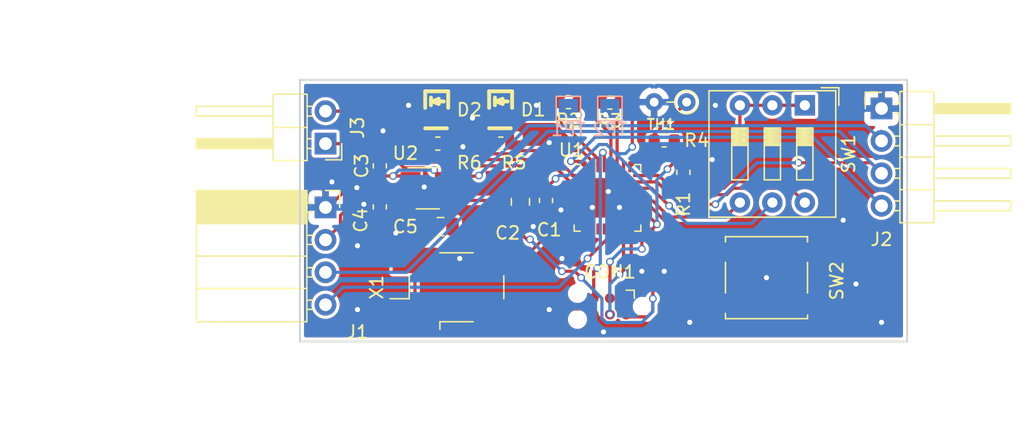
<source format=kicad_pcb>
(kicad_pcb (version 20171130) (host pcbnew 5.1.6-c6e7f7d~86~ubuntu18.04.1)
  (layers (0 F.Cu signal) (31 B.Cu signal) (34 B.Paste user) (35 F.Paste user) (36 B.SilkS user) (37 F.SilkS user) (38 B.Mask user) (39 F.Mask user) (44 Edge.Cuts user))
  (net 0 "")
  (net 1 VDD)
  (net 2 GND)
  (net 3 +12V)
  (net 4 "Net-(C4-Pad2)")
  (net 5 MISO)
  (net 6 SCK)
  (net 7 MOSI)
  (net 8 RST)
  (net 9 LED_RED)
  (net 10 "Net-(D1-Pad1)")
  (net 11 "Net-(D2-Pad1)")
  (net 12 LED_GREEN)
  (net 13 TACH)
  (net 14 PWM_OUT)
  (net 15 PWM_IN)
  (net 16 UART_TX)
  (net 17 UART_RX)
  (net 18 "Net-(R1-Pad2)")
  (net 19 SCLK)
  (net 20 SDA)
  (net 21 NTC)
  (net 22 DIP_0)
  (net 23 DIP_1)
  (net 24 DIP_2)
  (net 25 SW1)
  (net 26 "Net-(U1-Pad6)")
  (net 27 CLK_IN)
  (net 28 "Net-(U1-Pad8)")
  (net 29 "Net-(U1-Pad9)")
  (net 30 "Net-(U1-Pad10)")
  (net 31 "Net-(U1-Pad11)")
  (net 32 "Net-(U1-Pad12)")
  (net 33 "Net-(U1-Pad14)")
  (net 34 "Net-(U1-Pad26)")
  (net 35 "Net-(U1-Pad3)")
  (module Capacitor_SMD:C_0603_1608Metric (layer F.Cu) (at 124.75 116.4625 270)
    (fp_text reference C1 (at 2.2875 -0.25) (layer F.SilkS))
    (fp_text value 0.1uf)
    (pad 1 smd roundrect (at -0.7875 0 270) (size 0.875 0.95) (layers F.Cu F.Paste F.Mask) (net 1 VDD))
    (pad 2 smd roundrect (at 0.7875 0 270) (size 0.875 0.95) (layers F.Cu F.Paste F.Mask) (net 2 GND))
  )
  (module Capacitor_SMD:C_0805_2012Metric (layer F.Cu) (at 122.75 116.5625 270)
    (fp_text reference C2 (at 2.4375 1 180) (layer F.SilkS))
    (fp_text value 10uF)
    (pad 1 smd roundrect (at -0.9375 0 270) (size 0.975 1.4) (layers F.Cu F.Paste F.Mask) (net 1 VDD))
    (pad 2 smd roundrect (at 0.9375 0 270) (size 0.975 1.4) (layers F.Cu F.Paste F.Mask) (net 2 GND))
  )
  (module Capacitor_SMD:C_0603_1608Metric (layer F.Cu) (at 111.75 113.75 90)
    (fp_text reference C3 (at 0 -1.43 90) (layer F.SilkS))
    (fp_text value 1uF)
    (pad 2 smd roundrect (at 0.7875 0 90) (size 0.875 0.95) (layers F.Cu F.Paste F.Mask) (net 2 GND))
    (pad 1 smd roundrect (at -0.7875 0 90) (size 0.875 0.95) (layers F.Cu F.Paste F.Mask) (net 3 +12V))
  )
  (module Capacitor_SMD:C_0603_1608Metric (layer F.Cu) (at 111.75 116.9625 270)
    (fp_text reference C4 (at 1.0375 1.5 90) (layer F.SilkS))
    (fp_text value 0.01uF)
    (pad 1 smd roundrect (at -0.7875 0 270) (size 0.875 0.95) (layers F.Cu F.Paste F.Mask) (net 2 GND))
    (pad 2 smd roundrect (at 0.7875 0 270) (size 0.875 0.95) (layers F.Cu F.Paste F.Mask) (net 4 "Net-(C4-Pad2)"))
  )
  (module Capacitor_SMD:C_0805_2012Metric (layer F.Cu) (at 116.5 118.5 180)
    (fp_text reference C5 (at 2.75 0) (layer F.SilkS))
    (fp_text value 10uF)
    (pad 2 smd roundrect (at 0.9375 0 180) (size 0.975 1.4) (layers F.Cu F.Paste F.Mask) (net 2 GND))
    (pad 1 smd roundrect (at -0.9375 0 180) (size 0.975 1.4) (layers F.Cu F.Paste F.Mask) (net 1 VDD))
  )
  (module Connector:Tag-Connect_TC2030-IDC-NL_2x03_P1.27mm_Vertical (layer F.Cu) (at 129.75 124.75 180)
    (fp_text reference CON1 (at 0 2.7) (layer F.SilkS))
    (fp_text value AVR-ISP-6)
    (pad "" np_thru_hole circle (at 2.54 -1.016 180) (size 0.9906 0.9906) (drill 0.9906) (layers *.Cu *.Mask))
    (pad "" np_thru_hole circle (at 2.54 1.016 180) (size 0.9906 0.9906) (drill 0.9906) (layers *.Cu *.Mask))
    (pad "" np_thru_hole circle (at -2.54 0 180) (size 0.9906 0.9906) (drill 0.9906) (layers *.Cu *.Mask))
    (pad 1 connect circle (at -1.27 0.635 180) (size 0.7874 0.7874) (layers F.Cu F.Mask) (net 5 MISO))
    (pad 2 connect circle (at -1.27 -0.635 180) (size 0.7874 0.7874) (layers F.Cu F.Mask) (net 1 VDD))
    (pad 3 connect circle (at 0 0.635 180) (size 0.7874 0.7874) (layers F.Cu F.Mask) (net 6 SCK))
    (pad 4 connect circle (at 0 -0.635 180) (size 0.7874 0.7874) (layers F.Cu F.Mask) (net 7 MOSI))
    (pad 5 connect circle (at 1.27 0.635 180) (size 0.7874 0.7874) (layers F.Cu F.Mask) (net 8 RST))
    (pad 6 connect circle (at 1.27 -0.635 180) (size 0.7874 0.7874) (layers F.Cu F.Mask) (net 2 GND))
  )
  (module fp:KPA-1606 (layer F.Cu) (at 122 110 180)
    (fp_text reference D1 (at -1.75 0.65) (layer F.SilkS))
    (fp_text value RED_LED)
    (pad 2 smd rect (at 0 0 180) (size 0.9 1) (layers F.Cu F.Paste F.Mask) (net 9 LED_RED))
    (pad 1 smd rect (at 1.6 0 180) (size 0.9 1) (layers F.Cu F.Paste F.Mask) (net 10 "Net-(D1-Pad1)"))
  )
  (module fp:KPA-1606 (layer F.Cu) (at 117 110 180)
    (fp_text reference D2 (at -1.75 0.65) (layer F.SilkS))
    (fp_text value GREEN_LED)
    (pad 1 smd rect (at 1.6 0 180) (size 0.9 1) (layers F.Cu F.Paste F.Mask) (net 11 "Net-(D2-Pad1)"))
    (pad 2 smd rect (at 0 0 180) (size 0.9 1) (layers F.Cu F.Paste F.Mask) (net 12 LED_GREEN))
  )
  (module Connector_PinSocket_2.54mm:PinSocket_1x04_P2.54mm_Horizontal (layer F.Cu) (at 107.5 117)
    (fp_text reference J1 (at 2.5 9.75) (layer F.SilkS))
    (fp_text value Conn_01x04_Female)
    (pad 1 thru_hole rect (at 0 0) (size 1.7 1.7) (drill 1) (layers *.Cu *.Mask) (net 2 GND))
    (pad 2 thru_hole oval (at 0 2.54) (size 1.7 1.7) (drill 1) (layers *.Cu *.Mask) (net 3 +12V))
    (pad 3 thru_hole oval (at 0 5.08) (size 1.7 1.7) (drill 1) (layers *.Cu *.Mask) (net 13 TACH))
    (pad 4 thru_hole oval (at 0 7.62) (size 1.7 1.7) (drill 1) (layers *.Cu *.Mask) (net 14 PWM_OUT))
  )
  (module Connector_PinHeader_2.54mm:PinHeader_1x04_P2.54mm_Horizontal (layer F.Cu) (at 151 109.25)
    (fp_text reference J2 (at 0 10.25) (layer F.SilkS))
    (fp_text value Conn_01x04_Male)
    (pad 1 thru_hole rect (at 0 0) (size 1.7 1.7) (drill 1) (layers *.Cu *.Mask) (net 2 GND))
    (pad 2 thru_hole oval (at 0 2.54) (size 1.7 1.7) (drill 1) (layers *.Cu *.Mask) (net 3 +12V))
    (pad 3 thru_hole oval (at 0 5.08) (size 1.7 1.7) (drill 1) (layers *.Cu *.Mask) (net 13 TACH))
    (pad 4 thru_hole oval (at 0 7.62) (size 1.7 1.7) (drill 1) (layers *.Cu *.Mask) (net 15 PWM_IN))
  )
  (module Connector_PinHeader_2.54mm:PinHeader_1x02_P2.54mm_Horizontal (layer F.Cu) (at 107.5 112 180)
    (fp_text reference J3 (at -2.5 1.25 90) (layer F.SilkS))
    (fp_text value Conn_01x02_Male)
    (pad 1 thru_hole rect (at 0 0 180) (size 1.7 1.7) (drill 1) (layers *.Cu *.Mask) (net 16 UART_TX))
    (pad 2 thru_hole oval (at 0 2.54 180) (size 1.7 1.7) (drill 1) (layers *.Cu *.Mask) (net 17 UART_RX))
  )
  (module Resistor_SMD:R_0603_1608Metric (layer F.Cu) (at 135.5 114.25 270)
    (fp_text reference R1 (at 2.5 0 90) (layer F.SilkS))
    (fp_text value 10k)
    (pad 1 smd roundrect (at -0.7875 0 270) (size 0.875 0.95) (layers F.Cu F.Paste F.Mask) (net 1 VDD))
    (pad 2 smd roundrect (at 0.7875 0 270) (size 0.875 0.95) (layers F.Cu F.Paste F.Mask) (net 18 "Net-(R1-Pad2)"))
  )
  (module Resistor_SMD:R_0603_1608Metric (layer F.Cu) (at 126.5 108.75 180)
    (fp_text reference R2 (at 0 -1.43) (layer F.SilkS))
    (fp_text value 2K2)
    (pad 2 smd roundrect (at 0.7875 0 180) (size 0.875 0.95) (layers F.Cu F.Paste F.Mask) (net 1 VDD))
    (pad 1 smd roundrect (at -0.7875 0 180) (size 0.875 0.95) (layers F.Cu F.Paste F.Mask) (net 19 SCLK))
  )
  (module Resistor_SMD:R_0603_1608Metric (layer F.Cu) (at 129.75 108.7875 180)
    (fp_text reference R3 (at 0 -1.43) (layer F.SilkS))
    (fp_text value 2K2)
    (pad 1 smd roundrect (at -0.7875 0 180) (size 0.875 0.95) (layers F.Cu F.Paste F.Mask) (net 20 SDA))
    (pad 2 smd roundrect (at 0.7875 0 180) (size 0.875 0.95) (layers F.Cu F.Paste F.Mask) (net 1 VDD))
  )
  (module Resistor_SMD:R_0603_1608Metric (layer F.Cu) (at 134 111.75)
    (fp_text reference R4 (at 2.5375 0) (layer F.SilkS))
    (fp_text value R)
    (pad 2 smd roundrect (at 0.7875 0) (size 0.875 0.95) (layers F.Cu F.Paste F.Mask) (net 1 VDD))
    (pad 1 smd roundrect (at -0.7875 0) (size 0.875 0.95) (layers F.Cu F.Paste F.Mask) (net 21 NTC))
  )
  (module Resistor_SMD:R_0603_1608Metric (layer F.Cu) (at 121.2125 112)
    (fp_text reference R5 (at 1.0375 1.5) (layer F.SilkS))
    (fp_text value 100)
    (pad 1 smd roundrect (at -0.7875 0) (size 0.875 0.95) (layers F.Cu F.Paste F.Mask) (net 10 "Net-(D1-Pad1)"))
    (pad 2 smd roundrect (at 0.7875 0) (size 0.875 0.95) (layers F.Cu F.Paste F.Mask) (net 2 GND))
  )
  (module Resistor_SMD:R_0603_1608Metric (layer F.Cu) (at 116.2875 112 180)
    (fp_text reference R6 (at -2.4625 -1.5) (layer F.SilkS))
    (fp_text value 100)
    (pad 2 smd roundrect (at 0.7875 0 180) (size 0.875 0.95) (layers F.Cu F.Paste F.Mask) (net 11 "Net-(D2-Pad1)"))
    (pad 1 smd roundrect (at -0.7875 0 180) (size 0.875 0.95) (layers F.Cu F.Paste F.Mask) (net 2 GND))
  )
  (module Button_Switch_THT:SW_DIP_SPSTx03_Slide_9.78x9.8mm_W7.62mm_P2.54mm (layer F.Cu) (at 145 109 270)
    (fp_text reference SW1 (at 3.81 -3.42 90) (layer F.SilkS))
    (fp_text value "NDS03V ")
    (pad 1 thru_hole rect (at 0 0 270) (size 1.6 1.6) (drill 0.8) (layers *.Cu *.Mask) (net 18 "Net-(R1-Pad2)"))
    (pad 4 thru_hole oval (at 7.62 5.08 270) (size 1.6 1.6) (drill 0.8) (layers *.Cu *.Mask) (net 22 DIP_0))
    (pad 2 thru_hole oval (at 0 2.54 270) (size 1.6 1.6) (drill 0.8) (layers *.Cu *.Mask) (net 18 "Net-(R1-Pad2)"))
    (pad 5 thru_hole oval (at 7.62 2.54 270) (size 1.6 1.6) (drill 0.8) (layers *.Cu *.Mask) (net 23 DIP_1))
    (pad 3 thru_hole oval (at 0 5.08 270) (size 1.6 1.6) (drill 0.8) (layers *.Cu *.Mask) (net 18 "Net-(R1-Pad2)"))
    (pad 6 thru_hole oval (at 7.62 0 270) (size 1.6 1.6) (drill 0.8) (layers *.Cu *.Mask) (net 24 DIP_2))
  )
  (module Button_Switch_SMD:SW_Push_1P1T_NO_CK_KSC7xxJ (layer F.Cu) (at 142 122.5)
    (fp_text reference SW2 (at 5.5 0.25 90) (layer F.SilkS))
    (fp_text value SW_Push)
    (pad 1 smd rect (at -2.9 -2) (size 2.8 1) (layers F.Cu F.Paste F.Mask) (net 25 SW1))
    (pad 1 smd rect (at 2.9 -2) (size 2.8 1) (layers F.Cu F.Paste F.Mask) (net 25 SW1))
    (pad 2 smd rect (at -2.9 2) (size 2.8 1) (layers F.Cu F.Paste F.Mask) (net 2 GND))
    (pad 2 smd rect (at 2.9 2) (size 2.8 1) (layers F.Cu F.Paste F.Mask) (net 2 GND))
  )
  (module Resistor_THT:R_Axial_DIN0204_L3.6mm_D1.6mm_P2.54mm_Vertical (layer F.Cu) (at 135.75 108.75 180)
    (fp_text reference TH1 (at 2 -1.75) (layer F.SilkS) (effects (font (size 0.8 0.8))))
    (fp_text value Thermistor_NTC)
    (pad 1 thru_hole circle (at 0 0 180) (size 1.4 1.4) (drill 0.7) (layers *.Cu *.Mask) (net 21 NTC))
    (pad 2 thru_hole oval (at 2.54 0 180) (size 1.4 1.4) (drill 0.7) (layers *.Cu *.Mask) (net 2 GND))
  )
  (module TestPoint:TestPoint_Pad_1.5x1.5mm (layer B.Cu) (at 126.5 109.25)
    (fp_text reference TP1 (at 0 1.648) (layer B.SilkS) (effects (justify mirror)))
    (fp_text value TestPoint)
    (pad 1 smd rect (at 0 0) (size 1.5 1.5) (layers B.Cu B.Mask) (net 19 SCLK))
  )
  (module TestPoint:TestPoint_Pad_1.5x1.5mm (layer B.Cu) (at 129.75 109.25)
    (fp_text reference TP2 (at 0 1.648) (layer B.SilkS) (effects (justify mirror)))
    (fp_text value TestPoint)
    (pad 1 smd rect (at 0 0) (size 1.5 1.5) (layers B.Cu B.Mask) (net 20 SDA))
  )
  (module Package_DFN_QFN:QFN-32-1EP_5x5mm_P0.5mm_EP3.1x3.1mm (layer F.Cu) (at 129.5625 116.25)
    (fp_text reference U1 (at -2.8125 -3.75) (layer F.SilkS))
    (fp_text value ATtiny88-MU)
    (pad 33 smd roundrect (at 0 0) (size 3.1 3.1) (layers F.Cu F.Mask) (roundrect_rratio 0.08064499999999999) (net 2 GND))
    (pad 1 smd roundrect (at -2.4375 -1.75) (size 0.875 0.25) (layers F.Cu F.Paste F.Mask) (net 17 UART_RX))
    (pad 2 smd roundrect (at -2.4375 -1.25) (size 0.875 0.25) (layers F.Cu F.Paste F.Mask) (net 16 UART_TX))
    (pad 3 smd roundrect (at -2.4375 -0.75) (size 0.875 0.25) (layers F.Cu F.Paste F.Mask) (net 35 "Net-(U1-Pad3)"))
    (pad 4 smd roundrect (at -2.4375 -0.25) (size 0.875 0.25) (layers F.Cu F.Paste F.Mask) (net 1 VDD))
    (pad 5 smd roundrect (at -2.4375 0.25) (size 0.875 0.25) (layers F.Cu F.Paste F.Mask) (net 2 GND))
    (pad 6 smd roundrect (at -2.4375 0.75) (size 0.875 0.25) (layers F.Cu F.Paste F.Mask) (net 26 "Net-(U1-Pad6)"))
    (pad 7 smd roundrect (at -2.4375 1.25) (size 0.875 0.25) (layers F.Cu F.Paste F.Mask) (net 27 CLK_IN))
    (pad 8 smd roundrect (at -2.4375 1.75) (size 0.875 0.25) (layers F.Cu F.Paste F.Mask) (net 28 "Net-(U1-Pad8)"))
    (pad 9 smd roundrect (at -1.75 2.4375) (size 0.25 0.875) (layers F.Cu F.Paste F.Mask) (net 29 "Net-(U1-Pad9)"))
    (pad 10 smd roundrect (at -1.25 2.4375) (size 0.25 0.875) (layers F.Cu F.Paste F.Mask) (net 30 "Net-(U1-Pad10)"))
    (pad 11 smd roundrect (at -0.75 2.4375) (size 0.25 0.875) (layers F.Cu F.Paste F.Mask) (net 31 "Net-(U1-Pad11)"))
    (pad 12 smd roundrect (at -0.25 2.4375) (size 0.25 0.875) (layers F.Cu F.Paste F.Mask) (net 32 "Net-(U1-Pad12)"))
    (pad 13 smd roundrect (at 0.25 2.4375) (size 0.25 0.875) (layers F.Cu F.Paste F.Mask) (net 14 PWM_OUT))
    (pad 14 smd roundrect (at 0.75 2.4375) (size 0.25 0.875) (layers F.Cu F.Paste F.Mask) (net 33 "Net-(U1-Pad14)"))
    (pad 15 smd roundrect (at 1.25 2.4375) (size 0.25 0.875) (layers F.Cu F.Paste F.Mask) (net 7 MOSI))
    (pad 16 smd roundrect (at 1.75 2.4375) (size 0.25 0.875) (layers F.Cu F.Paste F.Mask) (net 5 MISO))
    (pad 17 smd roundrect (at 2.4375 1.75) (size 0.875 0.25) (layers F.Cu F.Paste F.Mask) (net 6 SCK))
    (pad 18 smd roundrect (at 2.4375 1.25) (size 0.875 0.25) (layers F.Cu F.Paste F.Mask) (net 1 VDD))
    (pad 19 smd roundrect (at 2.4375 0.75) (size 0.875 0.25) (layers F.Cu F.Paste F.Mask) (net 25 SW1))
    (pad 20 smd roundrect (at 2.4375 0.25) (size 0.875 0.25) (layers F.Cu F.Paste F.Mask) (net 22 DIP_0))
    (pad 21 smd roundrect (at 2.4375 -0.25) (size 0.875 0.25) (layers F.Cu F.Paste F.Mask) (net 2 GND))
    (pad 22 smd roundrect (at 2.4375 -0.75) (size 0.875 0.25) (layers F.Cu F.Paste F.Mask) (net 23 DIP_1))
    (pad 23 smd roundrect (at 2.4375 -1.25) (size 0.875 0.25) (layers F.Cu F.Paste F.Mask) (net 13 TACH))
    (pad 24 smd roundrect (at 2.4375 -1.75) (size 0.875 0.25) (layers F.Cu F.Paste F.Mask) (net 24 DIP_2))
    (pad 25 smd roundrect (at 1.75 -2.4375) (size 0.25 0.875) (layers F.Cu F.Paste F.Mask) (net 21 NTC))
    (pad 26 smd roundrect (at 1.25 -2.4375) (size 0.25 0.875) (layers F.Cu F.Paste F.Mask) (net 34 "Net-(U1-Pad26)"))
    (pad 27 smd roundrect (at 0.75 -2.4375) (size 0.25 0.875) (layers F.Cu F.Paste F.Mask) (net 20 SDA))
    (pad 28 smd roundrect (at 0.25 -2.4375) (size 0.25 0.875) (layers F.Cu F.Paste F.Mask) (net 19 SCLK))
    (pad 29 smd roundrect (at -0.25 -2.4375) (size 0.25 0.875) (layers F.Cu F.Paste F.Mask) (net 8 RST))
    (pad 30 smd roundrect (at -0.75 -2.4375) (size 0.25 0.875) (layers F.Cu F.Paste F.Mask) (net 9 LED_RED))
    (pad 31 smd roundrect (at -1.25 -2.4375) (size 0.25 0.875) (layers F.Cu F.Paste F.Mask) (net 12 LED_GREEN))
    (pad 32 smd roundrect (at -1.75 -2.4375) (size 0.25 0.875) (layers F.Cu F.Paste F.Mask) (net 15 PWM_IN))
  )
  (module Package_TO_SOT_SMD:SOT-23-5_HandSoldering (layer F.Cu) (at 115.5 115.5)
    (fp_text reference U2 (at -1.75 -2.75) (layer F.SilkS))
    (fp_text value TAR5S15-TAR5S50)
    (pad 1 smd rect (at -1.35 -0.95) (size 1.56 0.65) (layers F.Cu F.Paste F.Mask) (net 3 +12V))
    (pad 2 smd rect (at -1.35 0) (size 1.56 0.65) (layers F.Cu F.Paste F.Mask) (net 2 GND))
    (pad 3 smd rect (at -1.35 0.95) (size 1.56 0.65) (layers F.Cu F.Paste F.Mask) (net 4 "Net-(C4-Pad2)"))
    (pad 4 smd rect (at 1.35 0.95) (size 1.56 0.65) (layers F.Cu F.Paste F.Mask) (net 1 VDD))
    (pad 5 smd rect (at 1.35 -0.95) (size 1.56 0.65) (layers F.Cu F.Paste F.Mask) (net 3 +12V))
  )
  (module Oscillator:Oscillator_SMD_EuroQuartz_XO91-4Pin_7.0x5.0mm_HandSoldering (layer F.Cu) (at 117.75 123.25)
    (fp_text reference X1 (at -6.25 0 90) (layer F.SilkS))
    (fp_text value MCSJK-6NC1-12.00-25-B)
    (pad 1 smd rect (at -3.25 2.1) (size 3.5 2) (layers F.Cu F.Paste F.Mask) (net 1 VDD))
    (pad 2 smd rect (at 3.25 2.1) (size 3.5 2) (layers F.Cu F.Paste F.Mask) (net 2 GND))
    (pad 3 smd rect (at 3.25 -2.1) (size 3.5 2) (layers F.Cu F.Paste F.Mask) (net 27 CLK_IN))
    (pad 4 smd rect (at -3.25 -2.1) (size 3.5 2) (layers F.Cu F.Paste F.Mask) (net 1 VDD))
  )
  (gr_line (start 105.5 107) (end 105.5 127.5) (layer Edge.Cuts) (width 0.15))
  (gr_line (start 153 107) (end 105.5 107) (layer Edge.Cuts) (width 0.15))
  (gr_line (start 153 127.5) (end 153 107) (layer Edge.Cuts) (width 0.15))
  (gr_line (start 105.5 127.5) (end 153 127.5) (layer Edge.Cuts) (width 0.15))
  (segment (start 117.4375 117.0375) (end 116.85 116.45) (width 0.25) (layer F.Cu) (net 1))
  (segment (start 117.4375 118.5) (end 117.4375 117.0375) (width 0.25) (layer F.Cu) (net 1))
  (segment (start 114.7875 121.15) (end 117.4375 118.5) (width 0.25) (layer F.Cu) (net 1))
  (segment (start 114.5 121.15) (end 114.7875 121.15) (width 0.25) (layer F.Cu) (net 1))
  (segment (start 114.5 125.35) (end 114.5 121.15) (width 0.25) (layer F.Cu) (net 1))
  (segment (start 128.12499 107.94999) (end 128.9625 108.7875) (width 0.25) (layer F.Cu) (net 1))
  (segment (start 126.51251 107.94999) (end 128.12499 107.94999) (width 0.25) (layer F.Cu) (net 1))
  (segment (start 125.7125 108.75) (end 126.51251 107.94999) (width 0.25) (layer F.Cu) (net 1))
  (segment (start 134.7875 112.75) (end 135.5 113.4625) (width 0.25) (layer F.Cu) (net 1))
  (segment (start 134.7875 111.75) (end 134.7875 112.75) (width 0.25) (layer F.Cu) (net 1))
  (segment (start 126.5 116) (end 127.125 116) (width 0.25) (layer F.Cu) (net 1))
  (segment (start 126.175 115.675) (end 126.5 116) (width 0.25) (layer F.Cu) (net 1))
  (segment (start 124.75 115.675) (end 126.175 115.675) (width 0.25) (layer F.Cu) (net 1))
  (segment (start 124.7 115.625) (end 124.75 115.675) (width 0.25) (layer F.Cu) (net 1))
  (segment (start 122.75 115.625) (end 124.7 115.625) (width 0.25) (layer F.Cu) (net 1))
  (segment (start 121.925 116.45) (end 122.75 115.625) (width 0.25) (layer F.Cu) (net 1))
  (via (at 125.5 114.75) (size 0.6) (drill 0.4) (layers F.Cu B.Cu) (net 1))
  (segment (start 124.75 115.675) (end 124.75 115.5) (width 0.25) (layer F.Cu) (net 1))
  (segment (start 124.75 115.5) (end 125.5 114.75) (width 0.25) (layer F.Cu) (net 1))
  (via (at 133.429438 118.320562) (size 0.6) (drill 0.4) (layers F.Cu B.Cu) (net 1))
  (segment (start 128.901571 112.070683) (end 129.501573 112.070683) (width 0.25) (layer B.Cu) (net 1))
  (segment (start 133.429438 115.998548) (end 133.429438 118.320562) (width 0.25) (layer B.Cu) (net 1))
  (segment (start 125.5 114.75) (end 125.75 114.5) (width 0.25) (layer B.Cu) (net 1))
  (segment (start 126.472254 114.5) (end 128.901571 112.070683) (width 0.25) (layer B.Cu) (net 1))
  (segment (start 125.75 114.5) (end 126.472254 114.5) (width 0.25) (layer B.Cu) (net 1))
  (segment (start 132.608876 117.5) (end 133.429438 118.320562) (width 0.25) (layer F.Cu) (net 1))
  (segment (start 132 117.5) (end 132.608876 117.5) (width 0.25) (layer F.Cu) (net 1))
  (via (at 134.25 114) (size 0.6) (drill 0.4) (layers F.Cu B.Cu) (net 1))
  (segment (start 135.5 113.4625) (end 134.7875 113.4625) (width 0.25) (layer F.Cu) (net 1))
  (segment (start 134.7875 113.4625) (end 134.25 114) (width 0.25) (layer F.Cu) (net 1))
  (segment (start 133.429438 114.820562) (end 133.429438 115.998548) (width 0.25) (layer B.Cu) (net 1))
  (segment (start 134.25 114) (end 133.429438 114.820562) (width 0.25) (layer B.Cu) (net 1))
  (via (at 131.5 112.25) (size 0.6) (drill 0.4) (layers F.Cu B.Cu) (net 1))
  (segment (start 131.5 108.506006) (end 131.5 112.25) (width 0.25) (layer F.Cu) (net 1))
  (segment (start 130.981484 107.98749) (end 131.5 108.506006) (width 0.25) (layer F.Cu) (net 1))
  (segment (start 128.9625 108.7875) (end 129.76251 107.98749) (width 0.25) (layer F.Cu) (net 1))
  (segment (start 129.76251 107.98749) (end 130.981484 107.98749) (width 0.25) (layer F.Cu) (net 1))
  (segment (start 131.5 112.25) (end 130.965445 112.784555) (width 0.25) (layer B.Cu) (net 1))
  (segment (start 130.965445 112.784555) (end 130.215445 112.784555) (width 0.25) (layer B.Cu) (net 1))
  (segment (start 129.501573 112.070683) (end 130.215445 112.784555) (width 0.25) (layer B.Cu) (net 1))
  (segment (start 130.215445 112.784555) (end 133.429438 115.998548) (width 0.25) (layer B.Cu) (net 1))
  (segment (start 133.110301 118.639699) (end 133.429438 118.320562) (width 0.25) (layer F.Cu) (net 1))
  (segment (start 131.205301 125.570301) (end 132.683745 125.570301) (width 0.25) (layer F.Cu) (net 1))
  (segment (start 132.683745 125.570301) (end 133.110301 125.143745) (width 0.25) (layer F.Cu) (net 1))
  (segment (start 131.02 125.385) (end 131.205301 125.570301) (width 0.25) (layer F.Cu) (net 1))
  (via (at 123.5 119.5) (size 0.6) (drill 0.4) (layers F.Cu B.Cu) (net 1))
  (segment (start 123.24565 119.5) (end 123.5 119.5) (width 0.25) (layer F.Cu) (net 1))
  (segment (start 120.2 116.45435) (end 123.24565 119.5) (width 0.25) (layer F.Cu) (net 1))
  (segment (start 120.2 116.45) (end 120.2 116.45435) (width 0.25) (layer F.Cu) (net 1))
  (segment (start 120.2 116.45) (end 121.925 116.45) (width 0.25) (layer F.Cu) (net 1))
  (segment (start 116.85 116.45) (end 120.2 116.45) (width 0.25) (layer F.Cu) (net 1))
  (via (at 126 122) (size 0.6) (drill 0.4) (layers F.Cu B.Cu) (net 1))
  (segment (start 123.5 119.5) (end 126 122) (width 0.25) (layer B.Cu) (net 1))
  (via (at 127.5 122.5) (size 0.6) (drill 0.4) (layers F.Cu B.Cu) (net 1))
  (segment (start 126 122) (end 127 122) (width 0.25) (layer F.Cu) (net 1))
  (segment (start 127 122) (end 127.5 122.5) (width 0.25) (layer F.Cu) (net 1))
  (segment (start 133.110301 125.143745) (end 133.110301 124.139699) (width 0.25) (layer B.Cu) (net 1))
  (segment (start 132.244045 126.010001) (end 133.110301 125.143745) (width 0.25) (layer B.Cu) (net 1))
  (segment (start 129.449999 126.010001) (end 132.244045 126.010001) (width 0.25) (layer B.Cu) (net 1))
  (segment (start 133.110301 124.139699) (end 133.110301 118.639699) (width 0.25) (layer F.Cu) (net 1))
  (segment (start 133.110301 125.143745) (end 133.110301 124.139699) (width 0.25) (layer F.Cu) (net 1))
  (via (at 133.110301 124.139699) (size 0.6) (drill 0.4) (layers F.Cu B.Cu) (net 1))
  (segment (start 127.5 122.5) (end 129.124999 124.124999) (width 0.25) (layer B.Cu) (net 1))
  (segment (start 129.124999 125.685001) (end 129.449999 126.010001) (width 0.25) (layer B.Cu) (net 1))
  (segment (start 129.124999 124.124999) (end 129.124999 125.685001) (width 0.25) (layer B.Cu) (net 1))
  (segment (start 114.890002 115.5) (end 114.15 115.5) (width 0.25) (layer F.Cu) (net 2))
  (segment (start 115.5625 116.172498) (end 114.890002 115.5) (width 0.25) (layer F.Cu) (net 2))
  (segment (start 115.5625 118.5) (end 115.5625 116.172498) (width 0.25) (layer F.Cu) (net 2))
  (segment (start 112.425 115.5) (end 114.15 115.5) (width 0.25) (layer F.Cu) (net 2))
  (segment (start 111.75 116.175) (end 112.425 115.5) (width 0.25) (layer F.Cu) (net 2))
  (segment (start 125.5 116.5) (end 127.125 116.5) (width 0.25) (layer F.Cu) (net 2))
  (segment (start 124.75 117.25) (end 125.5 116.5) (width 0.25) (layer F.Cu) (net 2))
  (segment (start 124.5 117.5) (end 124.75 117.25) (width 0.25) (layer F.Cu) (net 2))
  (segment (start 122.75 117.5) (end 124.5 117.5) (width 0.25) (layer F.Cu) (net 2))
  (segment (start 115.18 115.5) (end 114.15 115.5) (width 0.25) (layer F.Cu) (net 2))
  (segment (start 115.255001 115.424999) (end 115.18 115.5) (width 0.25) (layer F.Cu) (net 2))
  (segment (start 115.174999 115.424999) (end 115.255001 115.424999) (width 0.25) (layer F.Cu) (net 2))
  (segment (start 115.190001 115.200001) (end 114.950001 115.200001) (width 0.25) (layer F.Cu) (net 2))
  (segment (start 112.7125 112.9625) (end 113.649999 113.899999) (width 0.25) (layer F.Cu) (net 2))
  (segment (start 115.255001 113.964999) (end 115.255001 115.135001) (width 0.25) (layer F.Cu) (net 2))
  (segment (start 113.649999 113.899999) (end 115.190001 113.899999) (width 0.25) (layer F.Cu) (net 2))
  (segment (start 114.950001 115.200001) (end 115.174999 115.424999) (width 0.25) (layer F.Cu) (net 2))
  (segment (start 111.75 112.9625) (end 112.7125 112.9625) (width 0.25) (layer F.Cu) (net 2))
  (segment (start 115.190001 113.899999) (end 115.255001 113.964999) (width 0.25) (layer F.Cu) (net 2))
  (segment (start 115.255001 115.135001) (end 115.190001 115.200001) (width 0.25) (layer F.Cu) (net 2))
  (segment (start 107.5 117) (end 107.7125 117) (width 0.25) (layer F.Cu) (net 2))
  (via (at 109.951808 115.451808) (size 0.6) (drill 0.4) (layers F.Cu B.Cu) (net 2))
  (segment (start 109.60625 115.10625) (end 109.951808 115.451808) (width 0.25) (layer F.Cu) (net 2))
  (segment (start 109.60625 115.10625) (end 111.75 112.9625) (width 0.25) (layer F.Cu) (net 2))
  (segment (start 107.7125 117) (end 109.60625 115.10625) (width 0.25) (layer F.Cu) (net 2))
  (via (at 110.5 116.75) (size 0.6) (drill 0.4) (layers F.Cu B.Cu) (net 2))
  (segment (start 109.951808 115.451808) (end 109.951808 116.201808) (width 0.25) (layer B.Cu) (net 2))
  (segment (start 109.951808 116.201808) (end 110.5 116.75) (width 0.25) (layer B.Cu) (net 2))
  (segment (start 111.175 116.75) (end 111.75 116.175) (width 0.25) (layer F.Cu) (net 2))
  (segment (start 110.5 116.75) (end 111.175 116.75) (width 0.25) (layer F.Cu) (net 2))
  (via (at 118.25 112.246997) (size 0.6) (drill 0.4) (layers F.Cu B.Cu) (net 2))
  (segment (start 117.075 112) (end 118.003003 112) (width 0.25) (layer F.Cu) (net 2))
  (segment (start 118.003003 112) (end 118.25 112.246997) (width 0.25) (layer F.Cu) (net 2))
  (via (at 115.223059 115.393057) (size 0.6) (drill 0.4) (layers F.Cu B.Cu) (net 2))
  (via (at 125 111.924989) (size 0.6) (drill 0.4) (layers F.Cu B.Cu) (net 2))
  (segment (start 122 112) (end 124.924989 112) (width 0.25) (layer F.Cu) (net 2))
  (segment (start 124.924989 112) (end 125 111.924989) (width 0.25) (layer F.Cu) (net 2))
  (via (at 125.918303 117.197812) (size 0.6) (drill 0.4) (layers F.Cu B.Cu) (net 2))
  (segment (start 124.75 117.25) (end 125.866115 117.25) (width 0.25) (layer F.Cu) (net 2))
  (segment (start 125.866115 117.25) (end 125.918303 117.197812) (width 0.25) (layer F.Cu) (net 2))
  (via (at 123.75 118.5) (size 0.6) (drill 0.4) (layers F.Cu B.Cu) (net 2))
  (segment (start 122.75 117.5) (end 123.75 118.5) (width 0.25) (layer F.Cu) (net 2))
  (segment (start 129.5625 116.25) (end 129.5625 115.81251) (width 0.25) (layer F.Cu) (net 2))
  (segment (start 129.5625 115.81251) (end 129.62501 115.75) (width 0.25) (layer F.Cu) (net 2))
  (via (at 129.62501 115.75) (size 0.6) (drill 0.4) (layers F.Cu B.Cu) (net 2))
  (via (at 128.375 117) (size 0.6) (drill 0.4) (layers F.Cu B.Cu) (net 2))
  (segment (start 129.5625 116.25) (end 129.125 116.25) (width 0.25) (layer F.Cu) (net 2))
  (segment (start 129.125 116.25) (end 128.375 117) (width 0.25) (layer F.Cu) (net 2))
  (via (at 130.5 117) (size 0.6) (drill 0.4) (layers F.Cu B.Cu) (net 2))
  (segment (start 129.5625 116.25) (end 129.75 116.25) (width 0.25) (layer F.Cu) (net 2))
  (segment (start 129.75 116.25) (end 130.5 117) (width 0.25) (layer F.Cu) (net 2))
  (segment (start 131.5 116) (end 130.5 117) (width 0.25) (layer F.Cu) (net 2))
  (segment (start 132 116) (end 131.5 116) (width 0.25) (layer F.Cu) (net 2))
  (segment (start 125 112.25) (end 125 111.924989) (width 0.25) (layer B.Cu) (net 2))
  (segment (start 124.5 112.75) (end 125 112.25) (width 0.25) (layer B.Cu) (net 2))
  (segment (start 125.918303 117.197812) (end 124.5 115.779509) (width 0.25) (layer B.Cu) (net 2))
  (segment (start 124.5 115.779509) (end 124.5 112.75) (width 0.25) (layer B.Cu) (net 2))
  (segment (start 129.3125 116.5) (end 129.5625 116.25) (width 0.25) (layer F.Cu) (net 2))
  (segment (start 127.125 116.5) (end 129.3125 116.5) (width 0.25) (layer F.Cu) (net 2))
  (via (at 125 125) (size 0.6) (drill 0.4) (layers F.Cu B.Cu) (net 2))
  (segment (start 121 125.35) (end 124.65 125.35) (width 0.25) (layer F.Cu) (net 2))
  (segment (start 124.65 125.35) (end 125 125) (width 0.25) (layer F.Cu) (net 2))
  (via (at 110 125) (size 0.6) (drill 0.4) (layers F.Cu B.Cu) (net 2))
  (via (at 110 120) (size 0.6) (drill 0.4) (layers F.Cu B.Cu) (net 2))
  (via (at 118 121) (size 0.6) (drill 0.4) (layers F.Cu B.Cu) (net 2))
  (via (at 113 119) (size 0.6) (drill 0.4) (layers F.Cu B.Cu) (net 2))
  (via (at 112 111) (size 0.6) (drill 0.4) (layers F.Cu B.Cu) (net 2))
  (via (at 108 115) (size 0.6) (drill 0.4) (layers F.Cu B.Cu) (net 2))
  (via (at 119 110) (size 0.6) (drill 0.4) (layers F.Cu B.Cu) (net 2))
  (via (at 124 109) (size 0.6) (drill 0.4) (layers F.Cu B.Cu) (net 2))
  (via (at 126 121) (size 0.6) (drill 0.4) (layers F.Cu B.Cu) (net 2))
  (via (at 134 122) (size 0.6) (drill 0.4) (layers F.Cu B.Cu) (net 2))
  (via (at 136 126) (size 0.6) (drill 0.4) (layers F.Cu B.Cu) (net 2))
  (via (at 142 122.5) (size 0.6) (drill 0.4) (layers F.Cu B.Cu) (net 2))
  (via (at 149 123) (size 0.6) (drill 0.4) (layers F.Cu B.Cu) (net 2))
  (via (at 151 126) (size 0.6) (drill 0.4) (layers F.Cu B.Cu) (net 2))
  (via (at 148 118) (size 0.6) (drill 0.4) (layers F.Cu B.Cu) (net 2))
  (via (at 138 109) (size 0.6) (drill 0.4) (layers F.Cu B.Cu) (net 2))
  (via (at 114 109) (size 0.6) (drill 0.4) (layers F.Cu B.Cu) (net 2))
  (segment (start 117.606943 115.393057) (end 115.223059 115.393057) (width 0.25) (layer B.Cu) (net 2))
  (segment (start 118.25 112.246997) (end 118.25 114.75) (width 0.25) (layer B.Cu) (net 2))
  (segment (start 118.25 114.75) (end 117.606943 115.393057) (width 0.25) (layer B.Cu) (net 2))
  (segment (start 125.054301 124.945699) (end 125 125) (width 0.25) (layer F.Cu) (net 2))
  (segment (start 128.040699 124.945699) (end 125.054301 124.945699) (width 0.25) (layer F.Cu) (net 2))
  (segment (start 128.48 125.385) (end 128.040699 124.945699) (width 0.25) (layer F.Cu) (net 2))
  (via (at 129.25 126.75) (size 0.6) (drill 0.4) (layers F.Cu B.Cu) (net 2))
  (segment (start 128.48 125.385) (end 128.48 125.98) (width 0.25) (layer F.Cu) (net 2))
  (segment (start 128.48 125.98) (end 129.25 126.75) (width 0.25) (layer F.Cu) (net 2))
  (via (at 137.75 113.25) (size 0.6) (drill 0.4) (layers F.Cu B.Cu) (net 2))
  (via (at 132.25 122) (size 0.6) (drill 0.4) (layers F.Cu B.Cu) (net 2))
  (segment (start 111.4975 114.79) (end 111.75 114.5375) (width 0.25) (layer F.Cu) (net 3))
  (segment (start 114.1375 114.5375) (end 114.15 114.55) (width 0.25) (layer F.Cu) (net 3))
  (segment (start 116.85 114.55) (end 119.45 114.55) (width 0.25) (layer F.Cu) (net 3))
  (segment (start 119.45 114.55) (end 119.5 114.5) (width 0.25) (layer F.Cu) (net 3))
  (via (at 119.5 114.5) (size 0.6) (drill 0.4) (layers F.Cu B.Cu) (net 3))
  (segment (start 108.675001 117.612499) (end 111.75 114.5375) (width 0.25) (layer F.Cu) (net 3))
  (segment (start 108.675001 118.364999) (end 108.675001 117.612499) (width 0.25) (layer F.Cu) (net 3))
  (segment (start 107.5 119.54) (end 108.675001 118.364999) (width 0.25) (layer F.Cu) (net 3))
  (segment (start 119.5 114.5) (end 123.400022 110.599978) (width 0.25) (layer B.Cu) (net 3))
  (segment (start 149.809978 110.599978) (end 151 111.79) (width 0.25) (layer B.Cu) (net 3))
  (segment (start 123.400022 110.599978) (end 149.809978 110.599978) (width 0.25) (layer B.Cu) (net 3))
  (via (at 116 114.074989) (size 0.6) (drill 0.4) (layers F.Cu B.Cu) (net 3))
  (segment (start 116.85 114.55) (end 116.475011 114.55) (width 0.25) (layer F.Cu) (net 3))
  (segment (start 116.475011 114.55) (end 116 114.074989) (width 0.25) (layer F.Cu) (net 3))
  (segment (start 113.250011 114.074989) (end 112.7875 114.5375) (width 0.25) (layer B.Cu) (net 3))
  (segment (start 116 114.074989) (end 113.250011 114.074989) (width 0.25) (layer B.Cu) (net 3))
  (via (at 112.7875 114.5375) (size 0.6) (drill 0.4) (layers F.Cu B.Cu) (net 3))
  (segment (start 111.75 114.5375) (end 112.7875 114.5375) (width 0.25) (layer F.Cu) (net 3))
  (segment (start 112.7875 114.5375) (end 114.1375 114.5375) (width 0.25) (layer F.Cu) (net 3))
  (segment (start 114.15 116.45) (end 114.15 116.6) (width 0.25) (layer F.Cu) (net 4))
  (segment (start 113 117.75) (end 111.75 117.75) (width 0.25) (layer F.Cu) (net 4))
  (segment (start 114.15 116.6) (end 113 117.75) (width 0.25) (layer F.Cu) (net 4))
  (segment (start 131.02 124.115) (end 131.413699 123.721301) (width 0.25) (layer F.Cu) (net 5))
  (segment (start 131.413699 118.788699) (end 131.3125 118.6875) (width 0.25) (layer F.Cu) (net 5))
  (segment (start 131.413699 123.721301) (end 131.413699 118.788699) (width 0.25) (layer F.Cu) (net 5))
  (via (at 132.25 120.25) (size 0.6) (drill 0.4) (layers F.Cu B.Cu) (net 6))
  (segment (start 132.25 118.25) (end 132 118) (width 0.25) (layer F.Cu) (net 6))
  (segment (start 132.25 120.25) (end 132.25 118.25) (width 0.25) (layer F.Cu) (net 6))
  (segment (start 132.25 120.25) (end 130.750008 120.25) (width 0.25) (layer B.Cu) (net 6))
  (segment (start 130.750008 120.25) (end 129.750008 121.25) (width 0.25) (layer B.Cu) (net 6))
  (segment (start 129.75 121.250008) (end 129.750008 121.25) (width 0.25) (layer F.Cu) (net 6))
  (via (at 129.750008 121.25) (size 0.6) (drill 0.4) (layers F.Cu B.Cu) (net 6))
  (segment (start 129.750008 124.114992) (end 129.75 124.115) (width 0.25) (layer F.Cu) (net 6))
  (segment (start 129.750008 121.25) (end 129.750008 124.114992) (width 0.25) (layer F.Cu) (net 6))
  (via (at 129.75 125.385) (size 0.6) (drill 0.4) (layers F.Cu B.Cu) (net 7))
  (segment (start 130.8125 118.6875) (end 130.8125 121.9375) (width 0.25) (layer F.Cu) (net 7))
  (segment (start 130.8125 121.9375) (end 130.5 122.25) (width 0.25) (layer F.Cu) (net 7))
  (via (at 130.5 122.25) (size 0.6) (drill 0.4) (layers F.Cu B.Cu) (net 7))
  (segment (start 129.75 125.385) (end 129.75 123) (width 0.25) (layer B.Cu) (net 7))
  (segment (start 129.75 123) (end 130.5 122.25) (width 0.25) (layer B.Cu) (net 7))
  (via (at 128.75 121.75) (size 0.6) (drill 0.4) (layers F.Cu B.Cu) (net 8))
  (segment (start 128.48 122.02) (end 128.75 121.75) (width 0.25) (layer F.Cu) (net 8))
  (via (at 129.201572 112.695684) (size 0.6) (drill 0.4) (layers F.Cu B.Cu) (net 8))
  (segment (start 129.3125 112.806612) (end 129.201572 112.695684) (width 0.25) (layer F.Cu) (net 8))
  (segment (start 129.3125 113.8125) (end 129.3125 112.806612) (width 0.25) (layer F.Cu) (net 8))
  (segment (start 128.48 122.02) (end 128.48 124.115) (width 0.25) (layer F.Cu) (net 8))
  (segment (start 129 112.897256) (end 129.201572 112.695684) (width 0.25) (layer B.Cu) (net 8))
  (segment (start 129 121.5) (end 129 112.897256) (width 0.25) (layer B.Cu) (net 8))
  (segment (start 128.75 121.75) (end 129 121.5) (width 0.25) (layer B.Cu) (net 8))
  (segment (start 122 110) (end 125.621933 110) (width 0.25) (layer F.Cu) (net 9))
  (segment (start 128.8125 113.190567) (end 128.8125 113.8125) (width 0.25) (layer F.Cu) (net 9))
  (segment (start 125.621933 110) (end 128.8125 113.190567) (width 0.25) (layer F.Cu) (net 9))
  (segment (start 120.425 110.025) (end 120.4 110) (width 0.25) (layer F.Cu) (net 10))
  (segment (start 120.425 112) (end 120.425 110.025) (width 0.25) (layer F.Cu) (net 10))
  (segment (start 115.5 110.1) (end 115.4 110) (width 0.25) (layer F.Cu) (net 11))
  (segment (start 115.5 112) (end 115.5 110.1) (width 0.25) (layer F.Cu) (net 11))
  (segment (start 121.556016 112.80001) (end 121.555995 112.799989) (width 0.25) (layer F.Cu) (net 12))
  (segment (start 128.3125 113.326978) (end 127.535511 112.549989) (width 0.25) (layer F.Cu) (net 12))
  (segment (start 128.3125 113.8125) (end 128.3125 113.326978) (width 0.25) (layer F.Cu) (net 12))
  (segment (start 120.868984 112.80001) (end 119.80001 112.80001) (width 0.25) (layer F.Cu) (net 12))
  (segment (start 121.555995 112.799989) (end 120.869005 112.799989) (width 0.25) (layer F.Cu) (net 12))
  (segment (start 120.869005 112.799989) (end 120.868984 112.80001) (width 0.25) (layer F.Cu) (net 12))
  (segment (start 127.535511 112.549989) (end 122.694005 112.549989) (width 0.25) (layer F.Cu) (net 12))
  (segment (start 122.694005 112.549989) (end 122.443984 112.80001) (width 0.25) (layer F.Cu) (net 12))
  (segment (start 119.80001 112.80001) (end 117 110) (width 0.25) (layer F.Cu) (net 12))
  (segment (start 122.443984 112.80001) (end 121.556016 112.80001) (width 0.25) (layer F.Cu) (net 12))
  (via (at 138 116.75) (size 0.6) (drill 0.4) (layers F.Cu B.Cu) (net 13))
  (segment (start 138 116.75) (end 141.25 113.5) (width 0.25) (layer B.Cu) (net 13))
  (via (at 144.5 113.5) (size 0.6) (drill 0.4) (layers F.Cu B.Cu) (net 13))
  (segment (start 141.25 113.5) (end 144.5 113.5) (width 0.25) (layer B.Cu) (net 13))
  (segment (start 150.17 113.5) (end 151 114.33) (width 0.25) (layer F.Cu) (net 13))
  (segment (start 144.5 113.5) (end 150.17 113.5) (width 0.25) (layer F.Cu) (net 13))
  (segment (start 135.188072 116.75) (end 138 116.75) (width 0.25) (layer F.Cu) (net 13))
  (segment (start 133.438072 115) (end 135.188072 116.75) (width 0.25) (layer F.Cu) (net 13))
  (segment (start 132 115) (end 133.438072 115) (width 0.25) (layer F.Cu) (net 13))
  (segment (start 107.5 122.08) (end 113.845002 122.08) (width 0.25) (layer B.Cu) (net 13))
  (segment (start 147.719989 111.049989) (end 151 114.33) (width 0.25) (layer B.Cu) (net 13))
  (segment (start 124.875013 111.049989) (end 147.719989 111.049989) (width 0.25) (layer B.Cu) (net 13))
  (segment (start 113.845002 122.08) (end 124.875013 111.049989) (width 0.25) (layer B.Cu) (net 13))
  (via (at 128 121) (size 0.6) (drill 0.4) (layers F.Cu B.Cu) (net 14))
  (segment (start 129.8125 118.6875) (end 129.8125 119.1875) (width 0.25) (layer F.Cu) (net 14))
  (segment (start 129.8125 119.1875) (end 128 121) (width 0.25) (layer F.Cu) (net 14))
  (segment (start 125.75 123.25) (end 127.63 121.37) (width 0.25) (layer B.Cu) (net 14))
  (segment (start 127.63 121.37) (end 128 121) (width 0.25) (layer B.Cu) (net 14))
  (segment (start 107.5 124.62) (end 108.87 123.25) (width 0.25) (layer B.Cu) (net 14))
  (segment (start 108.87 123.25) (end 125.75 123.25) (width 0.25) (layer B.Cu) (net 14))
  (segment (start 151 116.87) (end 145.63 111.5) (width 0.25) (layer B.Cu) (net 15))
  (segment (start 128.588355 111.5) (end 126.699121 113.389234) (width 0.25) (layer B.Cu) (net 15))
  (segment (start 127.8125 113.8125) (end 127.389234 113.389234) (width 0.25) (layer F.Cu) (net 15))
  (segment (start 127.389234 113.389234) (end 126.699121 113.389234) (width 0.25) (layer F.Cu) (net 15))
  (segment (start 145.63 111.5) (end 128.588355 111.5) (width 0.25) (layer B.Cu) (net 15))
  (via (at 126.699121 113.389234) (size 0.6) (drill 0.4) (layers F.Cu B.Cu) (net 15))
  (segment (start 126.639478 115) (end 125.389478 113.75) (width 0.25) (layer F.Cu) (net 16))
  (segment (start 112.38641 112) (end 107.5 112) (width 0.25) (layer F.Cu) (net 16))
  (segment (start 113.836399 113.449989) (end 112.38641 112) (width 0.25) (layer F.Cu) (net 16))
  (segment (start 127.125 115) (end 126.639478 115) (width 0.25) (layer F.Cu) (net 16))
  (segment (start 118.681774 113.449989) (end 113.836399 113.449989) (width 0.25) (layer F.Cu) (net 16))
  (segment (start 125.389478 113.75) (end 118.981785 113.75) (width 0.25) (layer F.Cu) (net 16))
  (segment (start 118.981785 113.75) (end 118.681774 113.449989) (width 0.25) (layer F.Cu) (net 16))
  (segment (start 126.899988 114.5) (end 127.125 114.5) (width 0.25) (layer F.Cu) (net 17))
  (segment (start 125.649988 113.25) (end 126.899988 114.5) (width 0.25) (layer F.Cu) (net 17))
  (segment (start 122.630405 113.25) (end 125.649988 113.25) (width 0.25) (layer F.Cu) (net 17))
  (segment (start 121.055405 113.25) (end 121.369595 113.25) (width 0.25) (layer F.Cu) (net 17))
  (segment (start 121.055384 113.250021) (end 121.055405 113.25) (width 0.25) (layer F.Cu) (net 17))
  (segment (start 119.794616 113.250021) (end 121.055384 113.250021) (width 0.25) (layer F.Cu) (net 17))
  (segment (start 107.5 109.46) (end 111.716006 109.46) (width 0.25) (layer F.Cu) (net 17))
  (segment (start 122.630384 113.250021) (end 122.630405 113.25) (width 0.25) (layer F.Cu) (net 17))
  (segment (start 121.369616 113.250021) (end 122.630384 113.250021) (width 0.25) (layer F.Cu) (net 17))
  (segment (start 118.871997 112.871997) (end 119.25 113.25) (width 0.25) (layer F.Cu) (net 17))
  (segment (start 121.369595 113.25) (end 121.369616 113.250021) (width 0.25) (layer F.Cu) (net 17))
  (segment (start 119.25 113.25) (end 119.794595 113.25) (width 0.25) (layer F.Cu) (net 17))
  (segment (start 111.716006 109.46) (end 115.128003 112.871997) (width 0.25) (layer F.Cu) (net 17))
  (segment (start 115.128003 112.871997) (end 118.871997 112.871997) (width 0.25) (layer F.Cu) (net 17))
  (segment (start 119.794595 113.25) (end 119.794616 113.250021) (width 0.25) (layer F.Cu) (net 17))
  (segment (start 135.5 115.0375) (end 137.4625 115.0375) (width 0.25) (layer F.Cu) (net 18))
  (segment (start 139.92 112.58) (end 139.92 109) (width 0.25) (layer F.Cu) (net 18))
  (segment (start 137.4625 115.0375) (end 139.92 112.58) (width 0.25) (layer F.Cu) (net 18))
  (segment (start 139.92 109) (end 145 109) (width 0.25) (layer F.Cu) (net 18))
  (segment (start 142.46 109) (end 145 109) (width 0.25) (layer F.Cu) (net 18))
  (segment (start 129.826572 113.798428) (end 129.8125 113.8125) (width 0.25) (layer F.Cu) (net 19))
  (segment (start 127.2875 108.75) (end 129.826572 111.289072) (width 0.25) (layer F.Cu) (net 19))
  (segment (start 129.826572 111.289072) (end 129.826572 113.798428) (width 0.25) (layer F.Cu) (net 19))
  (via (at 127.25 109.749988) (size 0.6) (drill 0.4) (layers F.Cu B.Cu) (net 19))
  (segment (start 126.5 109.25) (end 126.999988 109.749988) (width 0.25) (layer B.Cu) (net 19))
  (segment (start 126.999988 109.749988) (end 127.25 109.749988) (width 0.25) (layer B.Cu) (net 19))
  (segment (start 127.2875 109.712488) (end 127.25 109.749988) (width 0.25) (layer F.Cu) (net 19))
  (segment (start 127.2875 108.75) (end 127.2875 109.712488) (width 0.25) (layer F.Cu) (net 19))
  (via (at 129.399452 109.733133) (size 0.6) (drill 0.4) (layers F.Cu B.Cu) (net 20))
  (segment (start 130.5375 108.7875) (end 130.345085 108.7875) (width 0.25) (layer F.Cu) (net 20))
  (segment (start 130.345085 108.7875) (end 129.399452 109.733133) (width 0.25) (layer F.Cu) (net 20))
  (segment (start 130.3125 109.0125) (end 130.3125 113.8125) (width 0.25) (layer F.Cu) (net 20))
  (segment (start 130.5375 108.7875) (end 130.3125 109.0125) (width 0.25) (layer F.Cu) (net 20))
  (segment (start 133.2125 111.2875) (end 133.2125 111.75) (width 0.25) (layer F.Cu) (net 21))
  (segment (start 135.75 108.75) (end 133.2125 111.2875) (width 0.25) (layer F.Cu) (net 21))
  (segment (start 133.2125 111.9125) (end 133.2125 111.75) (width 0.25) (layer F.Cu) (net 21))
  (segment (start 131.3125 113.8125) (end 133.2125 111.9125) (width 0.25) (layer F.Cu) (net 21))
  (segment (start 138.79 117.75) (end 139.92 116.62) (width 0.25) (layer F.Cu) (net 22))
  (segment (start 134.379171 117.75) (end 138.79 117.75) (width 0.25) (layer F.Cu) (net 22))
  (segment (start 133.129171 116.5) (end 134.379171 117.75) (width 0.25) (layer F.Cu) (net 22))
  (segment (start 132 116.5) (end 133.129171 116.5) (width 0.25) (layer F.Cu) (net 22))
  (via (at 134.381535 116.868465) (size 0.6) (drill 0.4) (layers F.Cu B.Cu) (net 23))
  (segment (start 142.46 116.62) (end 140.83 118.25) (width 0.25) (layer B.Cu) (net 23))
  (segment (start 140.83 118.25) (end 135.76307 118.25) (width 0.25) (layer B.Cu) (net 23))
  (segment (start 132 115.5) (end 133.01307 115.5) (width 0.25) (layer F.Cu) (net 23))
  (segment (start 135.76307 118.25) (end 134.381535 116.868465) (width 0.25) (layer B.Cu) (net 23))
  (segment (start 133.01307 115.5) (end 134.381535 116.868465) (width 0.25) (layer F.Cu) (net 23))
  (segment (start 132 114.5) (end 133.574483 114.5) (width 0.25) (layer F.Cu) (net 24))
  (segment (start 135.074483 116) (end 138.874998 116) (width 0.25) (layer F.Cu) (net 24))
  (segment (start 138.874998 116) (end 139.379999 115.494999) (width 0.25) (layer F.Cu) (net 24))
  (segment (start 143.874999 115.494999) (end 145 116.62) (width 0.25) (layer F.Cu) (net 24))
  (segment (start 139.379999 115.494999) (end 143.874999 115.494999) (width 0.25) (layer F.Cu) (net 24))
  (segment (start 133.574483 114.5) (end 135.074483 116) (width 0.25) (layer F.Cu) (net 24))
  (segment (start 144.9 120.5) (end 139.1 120.5) (width 0.25) (layer F.Cu) (net 25))
  (segment (start 132.992761 117) (end 132 117) (width 0.25) (layer F.Cu) (net 25))
  (segment (start 136.492761 120.5) (end 132.992761 117) (width 0.25) (layer F.Cu) (net 25))
  (segment (start 139.1 120.5) (end 136.492761 120.5) (width 0.25) (layer F.Cu) (net 25))
  (segment (start 121 121.15) (end 122.85 121.15) (width 0.25) (layer F.Cu) (net 27))
  (segment (start 126.5 117.5) (end 127.125 117.5) (width 0.25) (layer F.Cu) (net 27))
  (segment (start 122.85 121.15) (end 126.5 117.5) (width 0.25) (layer F.Cu) (net 27))
  (zone (net 2) (net_name GND) (layer F.Cu) (connect_pads (clearance 0.254)) (min_thickness 0.254) (fill yes (arc_segments 32) (thermal_gap 0.508) (thermal_bridge_width 0.508))
    (polygon (pts (xy 155 130) (xy 105 130) (xy 105 105) (xy 155 105)))
  )
  (zone (net 2) (net_name GND) (layer B.Cu) (connect_pads (clearance 0.254)) (min_thickness 0.254) (fill yes (arc_segments 32) (thermal_gap 0.508) (thermal_bridge_width 0.508))
    (polygon (pts (xy 160 130) (xy 105 135) (xy 100 105) (xy 160 105)))
  )
)
</source>
